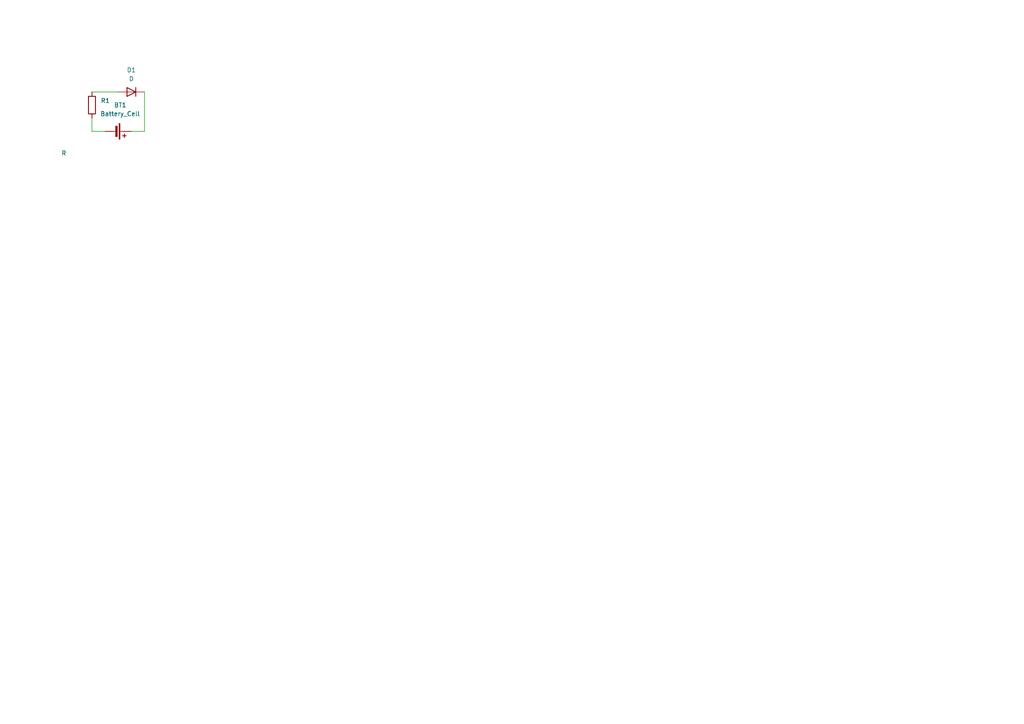
<source format=kicad_sch>
(kicad_sch (version 20231120) (generator "eeschema") (generator_version "8.0")
  (paper "A4")
  (title_block (title "Demo LED Board") (rev "0.0"))
  (lib_symbols
    (symbol "Device:Battery_Cell" (pin_numbers hide) (pin_names (offset 0) hide)
      (property "Reference" "BT" (at 2.54 2.54 0))
      (property "Value" "Battery_Cell" (at 2.54 0 0))
      (symbol "Battery_Cell_0_1"
        (rectangle (start -2.286 1.778) (end 2.286 1.524) (fill (type outline)))
        (rectangle (start -1.524 1.016) (end 1.524 0.508) (fill (type outline)))
        (polyline (pts (xy 0 0.762) (xy 0 0)))
        (polyline (pts (xy 0 1.778) (xy 0 2.54)))
        (polyline (pts (xy 0.762 3.048) (xy 1.778 3.048)) (stroke (width 0.254)))
        (polyline (pts (xy 1.27 3.556) (xy 1.27 2.54)) (stroke (width 0.254)))
      )
      (symbol "Battery_Cell_1_1"
        (pin passive line (at 0 5.08 270) (length 2.54) (name "+") (number "1"))
        (pin passive line (at 0 -2.54 90) (length 2.54) (name "-") (number "2"))
      )
    )
    (symbol "Device:D" (pin_numbers hide) (pin_names (offset 1.016) hide)
      (property "Reference" "D" (at 0 2.54 0))
      (property "Value" "D" (at 0 -2.54 0))
      (symbol "D_0_1"
        (polyline (pts (xy -1.27 1.27) (xy -1.27 -1.27)) (stroke (width 0.254)))
        (polyline (pts (xy 1.27 0) (xy -1.27 0)))
        (polyline (pts (xy 1.27 1.27) (xy 1.27 -1.27) (xy -1.27 0) (xy 1.27 1.27)) (stroke (width 0.254)))
      )
      (symbol "D_1_1"
        (pin passive line (at -3.81 0 0) (length 2.54) (name "K") (number "1"))
        (pin passive line (at 3.81 0 180) (length 2.54) (name "A") (number "2"))
      )
    )
    (symbol "Device:R" (pin_numbers hide) (pin_names (offset 0))
      (property "Reference" "R" (at 2.032 0 90))
      (property "Value" "R" (at 0 0 90))
      (symbol "R_0_1"
        (rectangle (start -1.016 -2.54) (end 1.016 2.54) (stroke (width 0.254)))
      )
      (symbol "R_1_1"
        (pin passive line (at 0 3.81 270) (length 1.27) (name "~") (number "1"))
        (pin passive line (at 0 -3.81 90) (length 1.27) (name "~") (number "2"))
      )
    )
  )
  (wire (pts (xy 41.91 38.1) (xy 41.91 26.67)))
  (wire (pts (xy 38.1 38.1) (xy 41.91 38.1)))
  (wire (pts (xy 26.67 38.1) (xy 26.67 34.29)))
  (wire (pts (xy 30.48 38.1) (xy 26.67 38.1)))
  (wire (pts (xy 34.29 26.67) (xy 26.67 26.67)))
  (symbol (lib_id "Device:R") (at 26.67 30.48 0) (unit 1)
    (property "Reference" "R1" (at 29.21 29.2099 0) (effects (justify left)))
    (property "Value" "R" (at 17.78 44.4499 0) (effects (justify left)))
    (property "Footprint" "Resistor_SMD:R_0805_2012Metric_Pad1.20x1.40mm_HandSolder" (effects (hide yes)))
    (property "Description" "Resistor" (effects (hide yes)))
  )
  (symbol (lib_id "Device:D") (at 38.1 26.67 180) (unit 1)
    (property "Reference" "D1" (at 38.1 20.32 0))
    (property "Value" "D" (at 38.1 22.86 0))
    (property "Footprint" "Diode_SMD:D_0805_2012Metric_Pad1.15x1.40mm_HandSolder" (effects (hide yes)))
    (property "Description" "Diode" (effects (hide yes)))
    (property "Sim.Device" "D" (effects (hide yes)))
    (property "Sim.Pins" "1=K 2=A" (effects (hide yes)))
  )
  (symbol (lib_id "Device:Battery_Cell") (at 33.02 38.1 270) (unit 1)
    (property "Reference" "BT1" (at 34.8615 30.48 90))
    (property "Value" "Battery_Cell" (at 34.8615 33.02 90))
    (property "Footprint" "FS_3_Global_Footprint_Library:MS621FE-FL11E_SEC" (effects (hide yes)))
    (property "Description" "Single-cell battery" (effects (hide yes)))
  )
)
</source>
